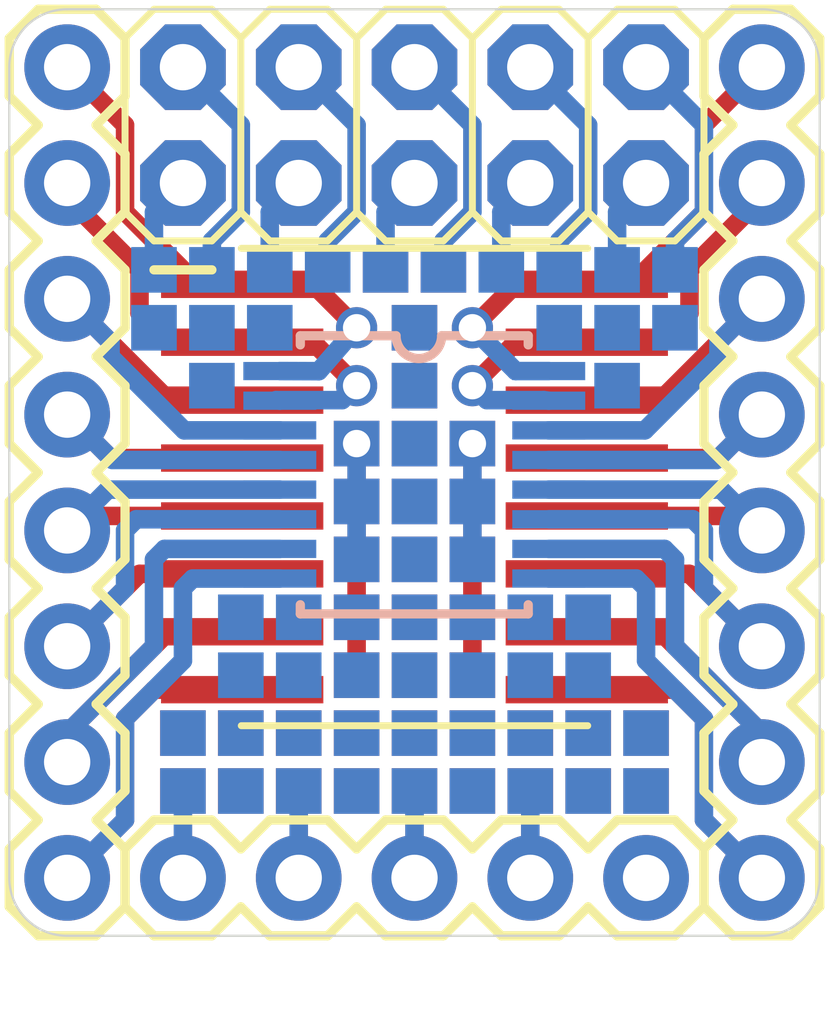
<source format=kicad_pcb>
(kicad_pcb (version 20241229) (generator "pcbnew") (generator_version "9.0")
  (layers (0 "F.Cu" signal) (2 "B.Cu" signal) (13 "F.Paste" user) (15 "B.Paste" user) (5 "F.SilkS" user "F.Silkscreen") (7 "B.SilkS" user "B.Silkscreen") (1 "F.Mask" user) (3 "B.Mask" user) (25 "Edge.Cuts" user))
  (net 0 "")
  (net 1 "2")
  (net 2 "3")
  (net 3 "4")
  (net 4 "5")
  (net 5 "6")
  (net 6 "7")
  (net 7 "8")
  (net 8 "16")
  (net 9 "15")
  (net 10 "14")
  (net 11 "13")
  (net 12 "12")
  (net 13 "11")
  (net 14 "10")
  (net 15 "9")
  (net 16 "1")
  (net 17 "RAIL2")
  (net 18 "N$2")
  (net 19 "N$3")
  (net 20 "N$4")
  (net 21 "N$1")
  (net 22 "N$5")
  (net 23 "N$6")
  (net 24 "N$7")
  (net 25 "N$8")
  (net 26 "N$9")
  (net 27 "N$10")
  (net 28 "ID")
  (net 29 "D+")
  (net 30 "D-")
  (net 31 "RAIL1")
  (net 32 "VDD")
  (net 33 "GND")
  (footprint "SOIC_TSSOP-16 adapter_and_proto:TP10SQ" (layer "F.Cu") (at 147.2311 105.6386)
    (property "Reference" "TP37" (hide yes))
    (property "Value" "TPSQTP10SQ" (hide yes))
    (pad "TP" smd rect (at 0 0) (size 1 1) (layers "F.Cu" "F.Mask") (net 31 "RAIL1"))
  )
  (footprint "SOIC_TSSOP-16 adapter_and_proto:TP10SQ" (layer "F.Cu") (at 147.2311 106.9086)
    (property "Reference" "TP38" (hide yes))
    (property "Value" "TPSQTP10SQ" (hide yes))
    (pad "TP" smd rect (at 0 0) (size 1 1) (layers "F.Cu" "F.Mask") (net 31 "RAIL1"))
  )
  (footprint "SOIC_TSSOP-16 adapter_and_proto:TP10SQ" (layer "F.Cu") (at 148.5011 101.8286)
    (property "Reference" "TP51" (hide yes))
    (property "Value" "TPSQTP10SQ" (hide yes))
    (pad "TP" smd rect (at 0 0) (size 1 1) (layers "F.Cu" "F.Mask"))
  )
  (footprint "SOIC_TSSOP-16 adapter_and_proto:TP10SQ" (layer "F.Cu") (at 152.3111 110.7186)
    (property "Reference" "TP56" (hide yes))
    (property "Value" "TPSQTP10SQ" (hide yes))
    (pad "TP" smd rect (at 0 0) (size 1 1) (layers "F.Cu" "F.Mask"))
  )
  (footprint "SOIC_TSSOP-16 adapter_and_proto:TP10SQ" (layer "F.Cu") (at 148.5011 111.9886)
    (property "Reference" "TP13" (hide yes))
    (property "Value" "TPSQTP10SQ" (hide yes))
    (pad "TP" smd rect (at 0 0) (size 1 1) (layers "F.Cu" "F.Mask") (net 29 "D+"))
  )
  (footprint "SOIC_TSSOP-16 adapter_and_proto:TP10SQ" (layer "F.Cu") (at 143.4211 111.9886)
    (property "Reference" "TP15" (hide yes))
    (property "Value" "TPSQTP10SQ" (hide yes))
    (pad "TP" smd rect (at 0 0) (size 1 1) (layers "F.Cu" "F.Mask") (net 32 "VDD"))
  )
  (footprint "SOIC_TSSOP-16 adapter_and_proto:AVR_ICSP" (layer "F.Cu") (at 148.5011 97.3836 90)
    (property "Reference" "JP3" (hide yes))
    (property "Value" "")
    (pad "1" thru_hole roundrect (at -1.27 -5.08) (size 1.8796 1.8796) (drill 1.016) (layers "*.Cu" "*.Mask") (chamfer_ratio 0.2928932188) (chamfer top_left top_right bottom_left bottom_right) (net 21 "N$1"))
    (pad "2" thru_hole roundrect (at 1.27 -5.08) (size 1.8796 1.8796) (drill 1.016) (layers "*.Cu" "*.Mask") (chamfer_ratio 0.2928932188) (chamfer top_left top_right bottom_left bottom_right) (net 23 "N$6"))
    (pad "3" thru_hole roundrect (at -1.27 -2.54) (size 1.8796 1.8796) (drill 1.016) (layers "*.Cu" "*.Mask") (chamfer_ratio 0.2928932188) (chamfer top_left top_right bottom_left bottom_right) (net 18 "N$2"))
    (pad "4" thru_hole roundrect (at 1.27 -2.54) (size 1.8796 1.8796) (drill 1.016) (layers "*.Cu" "*.Mask") (chamfer_ratio 0.2928932188) (chamfer top_left top_right bottom_left bottom_right) (net 24 "N$7"))
    (pad "5" thru_hole roundrect (at -1.27 0) (size 1.8796 1.8796) (drill 1.016) (layers "*.Cu" "*.Mask") (chamfer_ratio 0.2928932188) (chamfer top_left top_right bottom_left bottom_right) (net 19 "N$3"))
    (pad "6" thru_hole roundrect (at 1.27 0) (size 1.8796 1.8796) (drill 1.016) (layers "*.Cu" "*.Mask") (chamfer_ratio 0.2928932188) (chamfer top_left top_right bottom_left bottom_right) (net 25 "N$8"))
    (pad "7" thru_hole roundrect (at -1.27 2.54) (size 1.8796 1.8796) (drill 1.016) (layers "*.Cu" "*.Mask") (chamfer_ratio 0.2928932188) (chamfer top_left top_right bottom_left bottom_right) (net 20 "N$4"))
    (pad "8" thru_hole roundrect (at 1.27 2.54) (size 1.8796 1.8796) (drill 1.016) (layers "*.Cu" "*.Mask") (chamfer_ratio 0.2928932188) (chamfer top_left top_right bottom_left bottom_right) (net 26 "N$9"))
    (pad "9" thru_hole roundrect (at -1.27 5.08) (size 1.8796 1.8796) (drill 1.016) (layers "*.Cu" "*.Mask") (chamfer_ratio 0.2928932188) (chamfer top_left top_right bottom_left bottom_right) (net 22 "N$5"))
    (pad "10" thru_hole roundrect (at 1.27 5.08) (size 1.8796 1.8796) (drill 1.016) (layers "*.Cu" "*.Mask") (chamfer_ratio 0.2928932188) (chamfer top_left top_right bottom_left bottom_right) (net 27 "N$10"))
  )
  (footprint "SOIC_TSSOP-16 adapter_and_proto:TP10SQ" (layer "F.Cu") (at 151.0411 110.7186)
    (property "Reference" "TP55" (hide yes))
    (property "Value" "TPSQTP10SQ" (hide yes))
    (pad "TP" smd rect (at 0 0) (size 1 1) (layers "F.Cu" "F.Mask"))
  )
  (footprint "SOIC_TSSOP-16 adapter_and_proto:TP10SQ" (layer "F.Cu") (at 147.8661 100.5586)
    (property "Reference" "TP57" (hide yes))
    (property "Value" "TPSQTP10SQ" (hide yes))
    (pad "TP" smd rect (at 0 0) (size 1 1) (layers "F.Cu" "F.Mask"))
  )
  (footprint "SOIC_TSSOP-16 adapter_and_proto:TP10SQ" (layer "F.Cu") (at 148.5011 105.6386)
    (property "Reference" "TP96" (hide yes))
    (property "Value" "TPSQTP10SQ" (hide yes))
    (pad "TP" smd rect (at 0 0) (size 1 1) (layers "F.Cu" "F.Mask"))
  )
  (footprint "SOIC_TSSOP-16 adapter_and_proto:SOIC-16NW" (layer "F.Cu") (at 148.5011 105.3211 -90)
    (property "Reference" "SOIC-16" (hide yes))
    (property "Value" "" (hide yes))
    (pad "P1" smd rect (at -4.445 3.78 270) (size 0.6 3.56) (layers "F.Cu" "F.Mask" "F.Paste") (net 16 "1"))
    (pad "P2" smd rect (at -3.175 3.78 270) (size 0.6 3.56) (layers "F.Cu" "F.Mask" "F.Paste") (net 1 "2"))
    (pad "P3" smd rect (at -1.905 3.78 270) (size 0.6 3.56) (layers "F.Cu" "F.Mask" "F.Paste") (net 2 "3"))
    (pad "P4" smd rect (at -0.635 3.78 270) (size 0.6 3.56) (layers "F.Cu" "F.Mask" "F.Paste") (net 3 "4"))
    (pad "P5" smd rect (at 0.635 3.78 270) (size 0.6 3.56) (layers "F.Cu" "F.Mask" "F.Paste") (net 4 "5"))
    (pad "P6" smd rect (at 1.905 3.78 270) (size 0.6 3.56) (layers "F.Cu" "F.Mask" "F.Paste") (net 5 "6"))
    (pad "P7" smd rect (at 3.175 3.78 270) (size 0.6 3.56) (layers "F.Cu" "F.Mask" "F.Paste") (net 6 "7"))
    (pad "P8" smd rect (at 4.445 3.78 270) (size 0.6 3.56) (layers "F.Cu" "F.Mask" "F.Paste") (net 7 "8"))
    (pad "P9" smd rect (at 4.445 -3.78 270) (size 0.6 3.56) (layers "F.Cu" "F.Mask" "F.Paste") (net 15 "9"))
    (pad "P10" smd rect (at 3.175 -3.78 270) (size 0.6 3.56) (layers "F.Cu" "F.Mask" "F.Paste") (net 14 "10"))
    (pad "P11" smd rect (at 1.905 -3.78 270) (size 0.6 3.56) (layers "F.Cu" "F.Mask" "F.Paste") (net 13 "11"))
    (pad "P12" smd rect (at 0.635 -3.78 270) (size 0.6 3.56) (layers "F.Cu" "F.Mask" "F.Paste") (net 12 "12"))
    (pad "P13" smd rect (at -0.635 -3.78 270) (size 0.6 3.56) (layers "F.Cu" "F.Mask" "F.Paste") (net 11 "13"))
    (pad "P14" smd rect (at -1.905 -3.78 270) (size 0.6 3.56) (layers "F.Cu" "F.Mask" "F.Paste") (net 10 "14"))
    (pad "P15" smd rect (at -3.175 -3.78 270) (size 0.6 3.56) (layers "F.Cu" "F.Mask" "F.Paste") (net 9 "15"))
    (pad "P16" smd rect (at -4.445 -3.78 270) (size 0.6 3.56) (layers "F.Cu" "F.Mask" "F.Paste") (net 8 "16"))
  )
  (footprint "SOIC_TSSOP-16 adapter_and_proto:TP10SQ" (layer "F.Cu") (at 149.7711 110.7186)
    (property "Reference" "TP53" (hide yes))
    (property "Value" "TPSQTP10SQ" (hide yes))
    (pad "TP" smd rect (at 0 0) (size 1 1) (layers "F.Cu" "F.Mask"))
  )
  (footprint "SOIC_TSSOP-16 adapter_and_proto:1X05" (layer "F.Cu") (at 143.4211 113.8936)
    (property "Reference" "JP4" (hide yes))
    (property "Value" "")
    (pad "1" thru_hole circle (at 0 0 90) (size 1.8796 1.8796) (drill 1.016) (layers "*.Cu" "*.Mask") (net 32 "VDD"))
    (pad "2" thru_hole circle (at 2.54 0 90) (size 1.8796 1.8796) (drill 1.016) (layers "*.Cu" "*.Mask") (net 30 "D-"))
    (pad "3" thru_hole circle (at 5.08 0 90) (size 1.8796 1.8796) (drill 1.016) (layers "*.Cu" "*.Mask") (net 29 "D+"))
    (pad "4" thru_hole circle (at 7.62 0 90) (size 1.8796 1.8796) (drill 1.016) (layers "*.Cu" "*.Mask") (net 28 "ID"))
    (pad "5" thru_hole circle (at 10.16 0 90) (size 1.8796 1.8796) (drill 1.016) (layers "*.Cu" "*.Mask") (net 33 "GND"))
  )
  (footprint "SOIC_TSSOP-16 adapter_and_proto:TP10SQ" (layer "F.Cu") (at 147.2311 104.3686)
    (property "Reference" "TP36" (hide yes))
    (property "Value" "TPSQTP10SQ" (hide yes))
    (pad "TP" smd rect (at 0 0) (size 1 1) (layers "F.Cu" "F.Mask") (net 31 "RAIL1"))
  )
  (footprint "SOIC_TSSOP-16 adapter_and_proto:TP10SQ" (layer "F.Cu") (at 149.7711 105.6386)
    (property "Reference" "TP32" (hide yes))
    (property "Value" "TPSQTP10SQ" (hide yes))
    (pad "TP" smd rect (at 0 0) (size 1 1) (layers "F.Cu" "F.Mask") (net 17 "RAIL2"))
  )
  (footprint "SOIC_TSSOP-16 adapter_and_proto:TP10SQ" (layer "F.Cu") (at 144.6911 110.7186)
    (property "Reference" "TP54" (hide yes))
    (property "Value" "TPSQTP10SQ" (hide yes))
    (pad "TP" smd rect (at 0 0) (size 1 1) (layers "F.Cu" "F.Mask"))
  )
  (footprint "SOIC_TSSOP-16 adapter_and_proto:TP10SQ" (layer "F.Cu") (at 147.2311 109.4486)
    (property "Reference" "TP40" (hide yes))
    (property "Value" "TPSQTP10SQ" (hide yes))
    (pad "TP" smd rect (at 0 0) (size 1 1) (layers "F.Cu" "F.Mask") (net 31 "RAIL1"))
  )
  (footprint "SOIC_TSSOP-16 adapter_and_proto:TP10SQ" (layer "F.Cu") (at 149.7711 106.9086)
    (property "Reference" "TP33" (hide yes))
    (property "Value" "TPSQTP10SQ" (hide yes))
    (pad "TP" smd rect (at 0 0) (size 1 1) (layers "F.Cu" "F.Mask") (net 17 "RAIL2"))
  )
  (footprint "SOIC_TSSOP-16 adapter_and_proto:TP10SQ" (layer "F.Cu") (at 153.5811 111.9886)
    (property "Reference" "TP20" (hide yes))
    (property "Value" "TPSQTP10SQ" (hide yes))
    (pad "TP" smd rect (at 0 0) (size 1 1) (layers "F.Cu" "F.Mask") (net 33 "GND"))
  )
  (footprint "SOIC_TSSOP-16 adapter_and_proto:TP10SQ" (layer "F.Cu") (at 145.9611 111.9886)
    (property "Reference" "TP14" (hide yes))
    (property "Value" "TPSQTP10SQ" (hide yes))
    (pad "TP" smd rect (at 0 0) (size 1 1) (layers "F.Cu" "F.Mask") (net 30 "D-"))
  )
  (footprint "SOIC_TSSOP-16 adapter_and_proto:1X08_ROUND" (layer "F.Cu") (at 140.8811 113.8936 90)
    (property "Reference" "JP1" (hide yes))
    (property "Value" "")
    (pad "1" thru_hole circle (at 0 0 180) (size 1.8796 1.8796) (drill 1.016) (layers "*.Cu" "*.Mask") (net 7 "8"))
    (pad "2" thru_hole circle (at 2.54 0 180) (size 1.8796 1.8796) (drill 1.016) (layers "*.Cu" "*.Mask") (net 6 "7"))
    (pad "3" thru_hole circle (at 5.08 0 180) (size 1.8796 1.8796) (drill 1.016) (layers "*.Cu" "*.Mask") (net 5 "6"))
    (pad "4" thru_hole circle (at 7.62 0 180) (size 1.8796 1.8796) (drill 1.016) (layers "*.Cu" "*.Mask") (net 4 "5"))
    (pad "5" thru_hole circle (at 10.16 0 180) (size 1.8796 1.8796) (drill 1.016) (layers "*.Cu" "*.Mask") (net 3 "4"))
    (pad "6" thru_hole circle (at 12.7 0 180) (size 1.8796 1.8796) (drill 1.016) (layers "*.Cu" "*.Mask") (net 2 "3"))
    (pad "7" thru_hole circle (at 15.24 0 180) (size 1.8796 1.8796) (drill 1.016) (layers "*.Cu" "*.Mask") (net 1 "2"))
    (pad "8" thru_hole circle (at 17.78 0 180) (size 1.8796 1.8796) (drill 1.016) (layers "*.Cu" "*.Mask") (net 16 "1"))
  )
  (footprint "SOIC_TSSOP-16 adapter_and_proto:TP10SQ" (layer "F.Cu") (at 147.2311 108.1786)
    (property "Reference" "TP39" (hide yes))
    (property "Value" "TPSQTP10SQ" (hide yes))
    (pad "TP" smd rect (at 0 0) (size 1 1) (layers "F.Cu" "F.Mask") (net 31 "RAIL1"))
  )
  (footprint "SOIC_TSSOP-16 adapter_and_proto:TP10SQ" (layer "F.Cu") (at 148.5011 108.1786)
    (property "Reference" "TP46" (hide yes))
    (property "Value" "TPSQTP10SQ" (hide yes))
    (pad "TP" smd rect (at 0 0) (size 1 1) (layers "F.Cu" "F.Mask"))
  )
  (footprint "SOIC_TSSOP-16 adapter_and_proto:TP10SQ" (layer "F.Cu") (at 144.6911 111.9886)
    (property "Reference" "TP41" (hide yes))
    (property "Value" "TPSQTP10SQ" (hide yes))
    (pad "TP" smd rect (at 0 0) (size 1 1) (layers "F.Cu" "F.Mask"))
  )
  (footprint "SOIC_TSSOP-16 adapter_and_proto:1X08_ROUND" (layer "F.Cu") (at 156.1211 96.1136 -90)
    (property "Reference" "JP2" (hide yes))
    (property "Value" "")
    (pad "1" thru_hole circle (at 0 0) (size 1.8796 1.8796) (drill 1.016) (layers "*.Cu" "*.Mask") (net 8 "16"))
    (pad "2" thru_hole circle (at 2.54 0) (size 1.8796 1.8796) (drill 1.016) (layers "*.Cu" "*.Mask") (net 9 "15"))
    (pad "3" thru_hole circle (at 5.08 0) (size 1.8796 1.8796) (drill 1.016) (layers "*.Cu" "*.Mask") (net 10 "14"))
    (pad "4" thru_hole circle (at 7.62 0) (size 1.8796 1.8796) (drill 1.016) (layers "*.Cu" "*.Mask") (net 11 "13"))
    (pad "5" thru_hole circle (at 10.16 0) (size 1.8796 1.8796) (drill 1.016) (layers "*.Cu" "*.Mask") (net 12 "12"))
    (pad "6" thru_hole circle (at 12.7 0) (size 1.8796 1.8796) (drill 1.016) (layers "*.Cu" "*.Mask") (net 13 "11"))
    (pad "7" thru_hole circle (at 15.24 0) (size 1.8796 1.8796) (drill 1.016) (layers "*.Cu" "*.Mask") (net 14 "10"))
    (pad "8" thru_hole circle (at 17.78 0) (size 1.8796 1.8796) (drill 1.016) (layers "*.Cu" "*.Mask") (net 15 "9"))
  )
  (footprint "SOIC_TSSOP-16 adapter_and_proto:TP10SQ" (layer "F.Cu") (at 153.5811 110.7186)
    (property "Reference" "TP98" (hide yes))
    (property "Value" "TPSQTP10SQ" (hide yes))
    (pad "TP" smd rect (at 0 0) (size 1 1) (layers "F.Cu" "F.Mask"))
  )
  (footprint "SOIC_TSSOP-16 adapter_and_proto:TP10SQ" (layer "F.Cu") (at 149.7711 109.4486)
    (property "Reference" "TP35" (hide yes))
    (property "Value" "TPSQTP10SQ" (hide yes))
    (pad "TP" smd rect (at 0 0) (size 1 1) (layers "F.Cu" "F.Mask") (net 17 "RAIL2"))
  )
  (footprint "SOIC_TSSOP-16 adapter_and_proto:TP10SQ" (layer "F.Cu") (at 148.5011 104.3686)
    (property "Reference" "TP95" (hide yes))
    (property "Value" "TPSQTP10SQ" (hide yes))
    (pad "TP" smd rect (at 0 0) (size 1 1) (layers "F.Cu" "F.Mask"))
  )
  (footprint "SOIC_TSSOP-16 adapter_and_proto:TP10SQ" (layer "F.Cu") (at 149.1361 100.5586)
    (property "Reference" "TP58" (hide yes))
    (property "Value" "TPSQTP10SQ" (hide yes))
    (pad "TP" smd rect (at 0 0) (size 1 1) (layers "F.Cu" "F.Mask"))
  )
  (footprint "SOIC_TSSOP-16 adapter_and_proto:TP10SQ" (layer "F.Cu") (at 151.0411 111.9886)
    (property "Reference" "TP12" (hide yes))
    (property "Value" "TPSQTP10SQ" (hide yes))
    (pad "TP" smd rect (at 0 0) (size 1 1) (layers "F.Cu" "F.Mask") (net 28 "ID"))
  )
  (footprint "SOIC_TSSOP-16 adapter_and_proto:TP10SQ" (layer "F.Cu") (at 152.3111 111.9886)
    (property "Reference" "TP44" (hide yes))
    (property "Value" "TPSQTP10SQ" (hide yes))
    (pad "TP" smd rect (at 0 0) (size 1 1) (layers "F.Cu" "F.Mask"))
  )
  (footprint "SOIC_TSSOP-16 adapter_and_proto:TP10SQ" (layer "F.Cu") (at 148.5011 103.0986)
    (property "Reference" "TP50" (hide yes))
    (property "Value" "TPSQTP10SQ" (hide yes))
    (pad "TP" smd rect (at 0 0) (size 1 1) (layers "F.Cu" "F.Mask"))
  )
  (footprint "SOIC_TSSOP-16 adapter_and_proto:TP10SQ" (layer "F.Cu") (at 148.5011 110.7186)
    (property "Reference" "TP52" (hide yes))
    (property "Value" "TPSQTP10SQ" (hide yes))
    (pad "TP" smd rect (at 0 0) (size 1 1) (layers "F.Cu" "F.Mask"))
  )
  (footprint "SOIC_TSSOP-16 adapter_and_proto:TP10SQ" (layer "F.Cu") (at 149.7711 108.1786)
    (property "Reference" "TP34" (hide yes))
    (property "Value" "TPSQTP10SQ" (hide yes))
    (pad "TP" smd rect (at 0 0) (size 1 1) (layers "F.Cu" "F.Mask") (net 17 "RAIL2"))
  )
  (footprint "SOIC_TSSOP-16 adapter_and_proto:TP10SQ" (layer "F.Cu") (at 147.2311 111.9886)
    (property "Reference" "TP42" (hide yes))
    (property "Value" "TPSQTP10SQ" (hide yes))
    (pad "TP" smd rect (at 0 0) (size 1 1) (layers "F.Cu" "F.Mask"))
  )
  (footprint "SOIC_TSSOP-16 adapter_and_proto:TP10SQ" (layer "F.Cu") (at 149.7711 104.3686)
    (property "Reference" "TP31" (hide yes))
    (property "Value" "TPSQTP10SQ" (hide yes))
    (pad "TP" smd rect (at 0 0) (size 1 1) (layers "F.Cu" "F.Mask") (net 17 "RAIL2"))
  )
  (footprint "SOIC_TSSOP-16 adapter_and_proto:TP10SQ" (layer "F.Cu") (at 145.9611 110.7186)
    (property "Reference" "TP49" (hide yes))
    (property "Value" "TPSQTP10SQ" (hide yes))
    (pad "TP" smd rect (at 0 0) (size 1 1) (layers "F.Cu" "F.Mask"))
  )
  (footprint "SOIC_TSSOP-16 adapter_and_proto:TP10SQ" (layer "F.Cu") (at 143.4211 110.7186)
    (property "Reference" "TP97" (hide yes))
    (property "Value" "TPSQTP10SQ" (hide yes))
    (pad "TP" smd rect (at 0 0) (size 1 1) (layers "F.Cu" "F.Mask"))
  )
  (footprint "SOIC_TSSOP-16 adapter_and_proto:TP10SQ" (layer "F.Cu") (at 148.5011 109.4486)
    (property "Reference" "TP45" (hide yes))
    (property "Value" "TPSQTP10SQ" (hide yes))
    (pad "TP" smd rect (at 0 0) (size 1 1) (layers "F.Cu" "F.Mask"))
  )
  (footprint "SOIC_TSSOP-16 adapter_and_proto:TP10SQ" (layer "F.Cu") (at 148.5011 106.9086)
    (property "Reference" "TP47" (hide yes))
    (property "Value" "TPSQTP10SQ" (hide yes))
    (pad "TP" smd rect (at 0 0) (size 1 1) (layers "F.Cu" "F.Mask"))
  )
  (footprint "SOIC_TSSOP-16 adapter_and_proto:TP10SQ" (layer "F.Cu") (at 149.7711 111.9886)
    (property "Reference" "TP43" (hide yes))
    (property "Value" "TPSQTP10SQ" (hide yes))
    (pad "TP" smd rect (at 0 0) (size 1 1) (layers "F.Cu" "F.Mask"))
  )
  (footprint "SOIC_TSSOP-16 adapter_and_proto:TP10SQ" (layer "F.Cu") (at 147.2311 110.7186)
    (property "Reference" "TP48" (hide yes))
    (property "Value" "TPSQTP10SQ" (hide yes))
    (pad "TP" smd rect (at 0 0) (size 1 1) (layers "F.Cu" "F.Mask"))
  )
  (footprint "SOIC_TSSOP-16 adapter_and_proto:TP10SQ" (layer "B.Cu") (at 151.0411 108.1786 180)
    (property "Reference" "TP87" (hide yes))
    (property "Value" "TPSQTP10SQ" (hide yes))
    (pad "TP" smd rect (at 0 0 180) (size 1 1) (layers "B.Cu" "B.Mask"))
  )
  (footprint "SOIC_TSSOP-16 adapter_and_proto:TP10SQ" (layer "B.Cu") (at 148.5011 105.6386 180)
    (property "Reference" "TP93" (hide yes))
    (property "Value" "TPSQTP10SQ" (hide yes))
    (pad "TP" smd rect (at 0 0 180) (size 1 1) (layers "B.Cu" "B.Mask"))
  )
  (footprint "SOIC_TSSOP-16 adapter_and_proto:TP10SQ" (layer "B.Cu") (at 147.2311 110.7186 180)
    (property "Reference" "TP78" (hide yes))
    (property "Value" "TPSQTP10SQ" (hide yes))
    (pad "TP" smd rect (at 0 0 180) (size 1 1) (layers "B.Cu" "B.Mask"))
  )
  (footprint "SOIC_TSSOP-16 adapter_and_proto:TP10SQ" (layer "B.Cu") (at 149.7711 109.4486 180)
    (property "Reference" "TP83" (hide yes))
    (property "Value" "TPSQTP10SQ" (hide yes))
    (pad "TP" smd rect (at 0 0 180) (size 1 1) (layers "B.Cu" "B.Mask"))
  )
  (footprint "SOIC_TSSOP-16 adapter_and_proto:TP10SQ" (layer "B.Cu") (at 144.6911 108.1786 180)
    (property "Reference" "TP70" (hide yes))
    (property "Value" "TPSQTP10SQ" (hide yes))
    (pad "TP" smd rect (at 0 0 180) (size 1 1) (layers "B.Cu" "B.Mask"))
  )
  (footprint "SOIC_TSSOP-16 adapter_and_proto:TP10SQ" (layer "B.Cu") (at 149.7711 104.3686 180)
    (property "Reference" "TP28" (hide yes))
    (property "Value" "TPSQTP10SQ" (hide yes))
    (pad "TP" smd rect (at 0 0 180) (size 1 1) (layers "B.Cu" "B.Mask") (net 17 "RAIL2"))
  )
  (footprint "SOIC_TSSOP-16 adapter_and_proto:TP10SQ" (layer "B.Cu") (at 145.9611 111.9886 180)
    (property "Reference" "TP18" (hide yes))
    (property "Value" "TPSQTP10SQ" (hide yes))
    (pad "TP" smd rect (at 0 0 180) (size 1 1) (layers "B.Cu" "B.Mask") (net 30 "D-"))
  )
  (footprint "SOIC_TSSOP-16 adapter_and_proto:TP10SQ" (layer "B.Cu") (at 148.5011 111.9886 180)
    (property "Reference" "TP17" (hide yes))
    (property "Value" "TPSQTP10SQ" (hide yes))
    (pad "TP" smd rect (at 0 0 180) (size 1 1) (layers "B.Cu" "B.Mask") (net 29 "D+"))
  )
  (footprint "SOIC_TSSOP-16 adapter_and_proto:TP10SQ" (layer "B.Cu") (at 143.4211 111.9886 180)
    (property "Reference" "TP19" (hide yes))
    (property "Value" "TPSQTP10SQ" (hide yes))
    (pad "TP" smd rect (at 0 0 180) (size 1 1) (layers "B.Cu" "B.Mask") (net 32 "VDD"))
  )
  (footprint "SOIC_TSSOP-16 adapter_and_proto:TP10SQ" (layer "B.Cu") (at 144.6911 110.7186 180)
    (property "Reference" "TP72" (hide yes))
    (property "Value" "TPSQTP10SQ" (hide yes))
    (pad "TP" smd rect (at 0 0 180) (size 1 1) (layers "B.Cu" "B.Mask"))
  )
  (footprint "SOIC_TSSOP-16 adapter_and_proto:TP10SQ" (layer "B.Cu") (at 147.2311 109.4486 180)
    (property "Reference" "TP77" (hide yes))
    (property "Value" "TPSQTP10SQ" (hide yes))
    (pad "TP" smd rect (at 0 0 180) (size 1 1) (layers "B.Cu" "B.Mask"))
  )
  (footprint "SOIC_TSSOP-16 adapter_and_proto:TP10SQ" (layer "B.Cu") (at 142.7861 101.8286 180)
    (property "Reference" "TP68" (hide yes))
    (property "Value" "TPSQTP10SQ" (hide yes))
    (pad "TP" smd rect (at 0 0 180) (size 1 1) (layers "B.Cu" "B.Mask"))
  )
  (footprint "SOIC_TSSOP-16 adapter_and_proto:TP10SQ" (layer "B.Cu") (at 142.7861 100.5586 180)
    (property "Reference" "TP1" (hide yes))
    (property "Value" "TPSQTP10SQ" (hide yes))
    (pad "TP" smd rect (at 0 0 180) (size 1 1) (layers "B.Cu" "B.Mask") (net 21 "N$1"))
  )
  (footprint "SOIC_TSSOP-16 adapter_and_proto:TP10SQ" (layer "B.Cu") (at 152.3111 110.7186 180)
    (property "Reference" "TP88" (hide yes))
    (property "Value" "TPSQTP10SQ" (hide yes))
    (pad "TP" smd rect (at 0 0 180) (size 1 1) (layers "B.Cu" "B.Mask"))
  )
  (footprint "SOIC_TSSOP-16 adapter_and_proto:TP10SQ" (layer "B.Cu") (at 154.2161 101.8286 180)
    (property "Reference" "TP67" (hide yes))
    (property "Value" "TPSQTP10SQ" (hide yes))
    (pad "TP" smd rect (at 0 0 180) (size 1 1) (layers "B.Cu" "B.Mask"))
  )
  (footprint "SOIC_TSSOP-16 adapter_and_proto:TP10SQ" (layer "B.Cu") (at 153.5811 110.7186 180)
    (property "Reference" "TP92" (hide yes))
    (property "Value" "TPSQTP10SQ" (hide yes))
    (pad "TP" smd rect (at 0 0 180) (size 1 1) (layers "B.Cu" "B.Mask"))
  )
  (footprint "SOIC_TSSOP-16 adapter_and_proto:TP10SQ" (layer "B.Cu") (at 152.3111 111.9886 180)
    (property "Reference" "TP21" (hide yes))
    (property "Value" "TPSQTP10SQ" (hide yes))
    (pad "TP" smd rect (at 0 0 180) (size 1 1) (layers "B.Cu" "B.Mask"))
  )
  (footprint "SOIC_TSSOP-16 adapter_and_proto:TP10SQ" (layer "B.Cu") (at 149.1361 100.5586 180)
    (property "Reference" "TP8" (hide yes))
    (property "Value" "TPSQTP10SQ" (hide yes))
    (pad "TP" smd rect (at 0 0 180) (size 1 1) (layers "B.Cu" "B.Mask") (net 25 "N$8"))
  )
  (footprint "SOIC_TSSOP-16 adapter_and_proto:TP10SQ" (layer "B.Cu") (at 145.3261 100.5586 180)
    (property "Reference" "TP2" (hide yes))
    (property "Value" "TPSQTP10SQ" (hide yes))
    (pad "TP" smd rect (at 0 0 180) (size 1 1) (layers "B.Cu" "B.Mask") (net 18 "N$2"))
  )
  (footprint "SOIC_TSSOP-16 adapter_and_proto:TP10SQ" (layer "B.Cu") (at 152.3111 109.4486 180)
    (property "Reference" "TP89" (hide yes))
    (property "Value" "TPSQTP10SQ" (hide yes))
    (pad "TP" smd rect (at 0 0 180) (size 1 1) (layers "B.Cu" "B.Mask"))
  )
  (footprint "SOIC_TSSOP-16 adapter_and_proto:TP10SQ" (layer "B.Cu") (at 147.2311 104.3686 180)
    (property "Reference" "TP25" (hide yes))
    (property "Value" "TPSQTP10SQ" (hide yes))
    (pad "TP" smd rect (at 0 0 180) (size 1 1) (layers "B.Cu" "B.Mask") (net 31 "RAIL1"))
  )
  (footprint "SOIC_TSSOP-16 adapter_and_proto:TP10SQ" (layer "B.Cu") (at 151.6761 100.5586 180)
    (property "Reference" "TP9" (hide yes))
    (property "Value" "TPSQTP10SQ" (hide yes))
    (pad "TP" smd rect (at 0 0 180) (size 1 1) (layers "B.Cu" "B.Mask") (net 26 "N$9"))
  )
  (footprint "SOIC_TSSOP-16 adapter_and_proto:TP10SQ" (layer "B.Cu") (at 144.0561 103.0986 180)
    (property "Reference" "TP63" (hide yes))
    (property "Value" "TPSQTP10SQ" (hide yes))
    (pad "TP" smd rect (at 0 0 180) (size 1 1) (layers "B.Cu" "B.Mask"))
  )
  (footprint "SOIC_TSSOP-16 adapter_and_proto:TP10SQ" (layer "B.Cu") (at 151.0411 109.4486 180)
    (property "Reference" "TP86" (hide yes))
    (property "Value" "TPSQTP10SQ" (hide yes))
    (pad "TP" smd rect (at 0 0 180) (size 1 1) (layers "B.Cu" "B.Mask"))
  )
  (footprint "SOIC_TSSOP-16 adapter_and_proto:TP10SQ" (layer "B.Cu") (at 144.0561 101.8286 180)
    (property "Reference" "TP62" (hide yes))
    (property "Value" "TPSQTP10SQ" (hide yes))
    (pad "TP" smd rect (at 0 0 180) (size 1 1) (layers "B.Cu" "B.Mask"))
  )
  (footprint "SOIC_TSSOP-16 adapter_and_proto:TP10SQ" (layer "B.Cu") (at 148.5011 103.0986 180)
    (property "Reference" "TP59" (hide yes))
    (property "Value" "TPSQTP10SQ" (hide yes))
    (pad "TP" smd rect (at 0 0 180) (size 1 1) (layers "B.Cu" "B.Mask"))
  )
  (footprint "SOIC_TSSOP-16 adapter_and_proto:TP10SQ" (layer "B.Cu") (at 150.4061 100.5586 180)
    (property "Reference" "TP4" (hide yes))
    (property "Value" "TPSQTP10SQ" (hide yes))
    (pad "TP" smd rect (at 0 0 180) (size 1 1) (layers "B.Cu" "B.Mask") (net 20 "N$4"))
  )
  (footprint "SOIC_TSSOP-16 adapter_and_proto:TP10SQ" (layer "B.Cu") (at 143.4211 110.7186 180)
    (property "Reference" "TP91" (hide yes))
    (property "Value" "TPSQTP10SQ" (hide yes))
    (pad "TP" smd rect (at 0 0 180) (size 1 1) (layers "B.Cu" "B.Mask"))
  )
  (footprint "SOIC_TSSOP-16 adapter_and_proto:TP10SQ" (layer "B.Cu") (at 145.9611 108.1786 180)
    (property "Reference" "TP75" (hide yes))
    (property "Value" "TPSQTP10SQ" (hide yes))
    (pad "TP" smd rect (at 0 0 180) (size 1 1) (layers "B.Cu" "B.Mask"))
  )
  (footprint "SOIC_TSSOP-16 adapter_and_proto:TP10SQ" (layer "B.Cu") (at 152.9461 100.5586 180)
    (property "Reference" "TP5" (hide yes))
    (property "Value" "TPSQTP10SQ" (hide yes))
    (pad "TP" smd rect (at 0 0 180) (size 1 1) (layers "B.Cu" "B.Mask") (net 22 "N$5"))
  )
  (footprint "SOIC_TSSOP-16 adapter_and_proto:TP10SQ" (layer "B.Cu") (at 144.6911 109.4486 180)
    (property "Reference" "TP71" (hide yes))
    (property "Value" "TPSQTP10SQ" (hide yes))
    (pad "TP" smd rect (at 0 0 180) (size 1 1) (layers "B.Cu" "B.Mask"))
  )
  (footprint "SOIC_TSSOP-16 adapter_and_proto:TP10SQ" (layer "B.Cu") (at 154.2161 100.5586 180)
    (property "Reference" "TP10" (hide yes))
    (property "Value" "TPSQTP10SQ" (hide yes))
    (pad "TP" smd rect (at 0 0 180) (size 1 1) (layers "B.Cu" "B.Mask") (net 27 "N$10"))
  )
  (footprint "SOIC_TSSOP-16 adapter_and_proto:TSSOP16" (layer "B.Cu") (at 148.59635 105.0036 -90)
    (property "Reference" "TSSOP-16" (hide yes))
    (property "Value" "")
    (pad "1" smd rect (at -2.225 -2.85 270) (size 0.4 1.6) (layers "B.Cu" "B.Mask" "B.Paste") (net 8 "16"))
    (pad "2" smd rect (at -1.575 -2.85 270) (size 0.4 1.6) (layers "B.Cu" "B.Mask" "B.Paste") (net 9 "15"))
    (pad "3" smd rect (at -0.925 -2.85 270) (size 0.4 1.6) (layers "B.Cu" "B.Mask" "B.Paste") (net 10 "14"))
    (pad "4" smd rect (at -0.275 -2.85 270) (size 0.4 1.6) (layers "B.Cu" "B.Mask" "B.Paste") (net 11 "13"))
    (pad "5" smd rect (at 0.375 -2.85 270) (size 0.4 1.6) (layers "B.Cu" "B.Mask" "B.Paste") (net 12 "12"))
    (pad "6" smd rect (at 1.025 -2.85 270) (size 0.4 1.6) (layers "B.Cu" "B.Mask" "B.Paste") (net 13 "11"))
    (pad "7" smd rect (at 1.675 -2.85 270) (size 0.4 1.6) (layers "B.Cu" "B.Mask" "B.Paste") (net 14 "10"))
    (pad "8" smd rect (at 2.325 -2.85 270) (size 0.4 1.6) (layers "B.Cu" "B.Mask" "B.Paste") (net 15 "9"))
    (pad "9" smd rect (at 2.325 3.05 270) (size 0.4 1.6) (layers "B.Cu" "B.Mask" "B.Paste") (net 7 "8"))
    (pad "10" smd rect (at 1.675 3.05 270) (size 0.4 1.6) (layers "B.Cu" "B.Mask" "B.Paste") (net 6 "7"))
    (pad "11" smd rect (at 1.025 3.05 270) (size 0.4 1.6) (layers "B.Cu" "B.Mask" "B.Paste") (net 5 "6"))
    (pad "12" smd rect (at 0.375 3.05 270) (size 0.4 1.6) (layers "B.Cu" "B.Mask" "B.Paste") (net 4 "5"))
    (pad "13" smd rect (at -0.275 3.05 270) (size 0.4 1.6) (layers "B.Cu" "B.Mask" "B.Paste") (net 3 "4"))
    (pad "14" smd rect (at -0.925 3.05 270) (size 0.4 1.6) (layers "B.Cu" "B.Mask" "B.Paste") (net 2 "3"))
    (pad "15" smd rect (at -1.575 3.05 270) (size 0.4 1.6) (layers "B.Cu" "B.Mask" "B.Paste") (net 1 "2"))
    (pad "16" smd rect (at -2.225 3.05 270) (size 0.4 1.6) (layers "B.Cu" "B.Mask" "B.Paste") (net 16 "1"))
  )
  (footprint "SOIC_TSSOP-16 adapter_and_proto:TP10SQ" (layer "B.Cu") (at 149.7711 106.9086 180)
    (property "Reference" "TP30" (hide yes))
    (property "Value" "TPSQTP10SQ" (hide yes))
    (pad "TP" smd rect (at 0 0 180) (size 1 1) (layers "B.Cu" "B.Mask") (net 17 "RAIL2"))
  )
  (footprint "SOIC_TSSOP-16 adapter_and_proto:TP10SQ" (layer "B.Cu") (at 147.2311 108.1786 180)
    (property "Reference" "TP76" (hide yes))
    (property "Value" "TPSQTP10SQ" (hide yes))
    (pad "TP" smd rect (at 0 0 180) (size 1 1) (layers "B.Cu" "B.Mask"))
  )
  (footprint "SOIC_TSSOP-16 adapter_and_proto:TP10SQ" (layer "B.Cu") (at 148.5011 110.7186 180)
    (property "Reference" "TP79" (hide yes))
    (property "Value" "TPSQTP10SQ" (hide yes))
    (pad "TP" smd rect (at 0 0 180) (size 1 1) (layers "B.Cu" "B.Mask"))
  )
  (footprint "SOIC_TSSOP-16 adapter_and_proto:TP10SQ" (layer "B.Cu") (at 146.5961 100.5586 180)
    (property "Reference" "TP7" (hide yes))
    (property "Value" "TPSQTP10SQ" (hide yes))
    (pad "TP" smd rect (at 0 0 180) (size 1 1) (layers "B.Cu" "B.Mask") (net 24 "N$7"))
  )
  (footprint "SOIC_TSSOP-16 adapter_and_proto:TP10SQ" (layer "B.Cu") (at 149.7711 111.9886 180)
    (property "Reference" "TP22" (hide yes))
    (property "Value" "TPSQTP10SQ" (hide yes))
    (pad "TP" smd rect (at 0 0 180) (size 1 1) (layers "B.Cu" "B.Mask"))
  )
  (footprint "SOIC_TSSOP-16 adapter_and_proto:TP10SQ" (layer "B.Cu") (at 149.7711 105.6386 180)
    (property "Reference" "TP29" (hide yes))
    (property "Value" "TPSQTP10SQ" (hide yes))
    (pad "TP" smd rect (at 0 0 180) (size 1 1) (layers "B.Cu" "B.Mask") (net 17 "RAIL2"))
  )
  (footprint "SOIC_TSSOP-16 adapter_and_proto:TP10SQ" (layer "B.Cu") (at 148.5011 101.8286 180)
    (property "Reference" "TP60" (hide yes))
    (property "Value" "TPSQTP10SQ" (hide yes))
    (pad "TP" smd rect (at 0 0 180) (size 1 1) (layers "B.Cu" "B.Mask"))
  )
  (footprint "SOIC_TSSOP-16 adapter_and_proto:TP10SQ" (layer "B.Cu") (at 145.3261 101.8286 180)
    (property "Reference" "TP61" (hide yes))
    (property "Value" "TPSQTP10SQ" (hide yes))
    (pad "TP" smd rect (at 0 0 180) (size 1 1) (layers "B.Cu" "B.Mask"))
  )
  (footprint "SOIC_TSSOP-16 adapter_and_proto:TP10SQ" (layer "B.Cu") (at 149.7711 108.1786 180)
    (property "Reference" "TP82" (hide yes))
    (property "Value" "TPSQTP10SQ" (hide yes))
    (pad "TP" smd rect (at 0 0 180) (size 1 1) (layers "B.Cu" "B.Mask"))
  )
  (footprint "SOIC_TSSOP-16 adapter_and_proto:TP10SQ" (layer "B.Cu") (at 145.9611 110.7186 180)
    (property "Reference" "TP73" (hide yes))
    (property "Value" "TPSQTP10SQ" (hide yes))
    (pad "TP" smd rect (at 0 0 180) (size 1 1) (layers "B.Cu" "B.Mask"))
  )
  (footprint "SOIC_TSSOP-16 adapter_and_proto:TP10SQ" (layer "B.Cu") (at 152.9461 103.0986 180)
    (property "Reference" "TP66" (hide yes))
    (property "Value" "TPSQTP10SQ" (hide yes))
    (pad "TP" smd rect (at 0 0 180) (size 1 1) (layers "B.Cu" "B.Mask"))
  )
  (footprint "SOIC_TSSOP-16 adapter_and_proto:TP10SQ" (layer "B.Cu") (at 153.5811 111.9886 180)
    (property "Reference" "TP11" (hide yes))
    (property "Value" "TPSQTP10SQ" (hide yes))
    (pad "TP" smd rect (at 0 0 180) (size 1 1) (layers "B.Cu" "B.Mask") (net 33 "GND"))
  )
  (footprint "SOIC_TSSOP-16 adapter_and_proto:TP10SQ" (layer "B.Cu") (at 144.0561 100.5586 180)
    (property "Reference" "TP6" (hide yes))
    (property "Value" "TPSQTP10SQ" (hide yes))
    (pad "TP" smd rect (at 0 0 180) (size 1 1) (layers "B.Cu" "B.Mask") (net 23 "N$6"))
  )
  (footprint "SOIC_TSSOP-16 adapter_and_proto:TP10SQ" (layer "B.Cu") (at 151.6761 101.8286 180)
    (property "Reference" "TP64" (hide yes))
    (property "Value" "TPSQTP10SQ" (hide yes))
    (pad "TP" smd rect (at 0 0 180) (size 1 1) (layers "B.Cu" "B.Mask"))
  )
  (footprint "SOIC_TSSOP-16 adapter_and_proto:TP10SQ" (layer "B.Cu") (at 147.8661 100.5586 180)
    (property "Reference" "TP3" (hide yes))
    (property "Value" "TPSQTP10SQ" (hide yes))
    (pad "TP" smd rect (at 0 0 180) (size 1 1) (layers "B.Cu" "B.Mask") (net 19 "N$3"))
  )
  (footprint "SOIC_TSSOP-16 adapter_and_proto:TP10SQ" (layer "B.Cu") (at 144.6911 111.9886 180)
    (property "Reference" "TP24" (hide yes))
    (property "Value" "TPSQTP10SQ" (hide yes))
    (pad "TP" smd rect (at 0 0 180) (size 1 1) (layers "B.Cu" "B.Mask"))
  )
  (footprint "SOIC_TSSOP-16 adapter_and_proto:TP10SQ" (layer "B.Cu") (at 147.2311 111.9886 180)
    (property "Reference" "TP23" (hide yes))
    (property "Value" "TPSQTP10SQ" (hide yes))
    (pad "TP" smd rect (at 0 0 180) (size 1 1) (layers "B.Cu" "B.Mask"))
  )
  (footprint "SOIC_TSSOP-16 adapter_and_proto:TP10SQ" (layer "B.Cu") (at 151.0411 111.9886 180)
    (property "Reference" "TP16" (hide yes))
    (property "Value" "TPSQTP10SQ" (hide yes))
    (pad "TP" smd rect (at 0 0 180) (size 1 1) (layers "B.Cu" "B.Mask") (net 28 "ID"))
  )
  (footprint "SOIC_TSSOP-16 adapter_and_proto:TP10SQ" (layer "B.Cu") (at 149.7711 110.7186 180)
    (property "Reference" "TP84" (hide yes))
    (property "Value" "TPSQTP10SQ" (hide yes))
    (pad "TP" smd rect (at 0 0 180) (size 1 1) (layers "B.Cu" "B.Mask"))
  )
  (footprint "SOIC_TSSOP-16 adapter_and_proto:TP10SQ" (layer "B.Cu") (at 148.5011 109.4486 180)
    (property "Reference" "TP80" (hide yes))
    (property "Value" "TPSQTP10SQ" (hide yes))
    (pad "TP" smd rect (at 0 0 180) (size 1 1) (layers "B.Cu" "B.Mask"))
  )
  (footprint "SOIC_TSSOP-16 adapter_and_proto:TP10SQ" (layer "B.Cu") (at 148.5011 106.9086 180)
    (property "Reference" "TP69" (hide yes))
    (property "Value" "TPSQTP10SQ" (hide yes))
    (pad "TP" smd rect (at 0 0 180) (size 1 1) (layers "B.Cu" "B.Mask"))
  )
  (footprint "SOIC_TSSOP-16 adapter_and_proto:TP10SQ" (layer "B.Cu") (at 147.2311 105.6386 180)
    (property "Reference" "TP26" (hide yes))
    (property "Value" "TPSQTP10SQ" (hide yes))
    (pad "TP" smd rect (at 0 0 180) (size 1 1) (layers "B.Cu" "B.Mask") (net 31 "RAIL1"))
  )
  (footprint "SOIC_TSSOP-16 adapter_and_proto:TP10SQ" (layer "B.Cu") (at 148.5011 104.3686 180)
    (property "Reference" "TP94" (hide yes))
    (property "Value" "TPSQTP10SQ" (hide yes))
    (pad "TP" smd rect (at 0 0 180) (size 1 1) (layers "B.Cu" "B.Mask"))
  )
  (footprint "SOIC_TSSOP-16 adapter_and_proto:TP10SQ" (layer "B.Cu") (at 147.2311 106.9086 180)
    (property "Reference" "TP27" (hide yes))
    (property "Value" "TPSQTP10SQ" (hide yes))
    (pad "TP" smd rect (at 0 0 180) (size 1 1) (layers "B.Cu" "B.Mask") (net 31 "RAIL1"))
  )
  (footprint "SOIC_TSSOP-16 adapter_and_proto:TP10SQ" (layer "B.Cu") (at 152.3111 108.1786 180)
    (property "Reference" "TP90" (hide yes))
    (property "Value" "TPSQTP10SQ" (hide yes))
    (pad "TP" smd rect (at 0 0 180) (size 1 1) (layers "B.Cu" "B.Mask"))
  )
  (footprint "SOIC_TSSOP-16 adapter_and_proto:TP10SQ" (layer "B.Cu") (at 152.9461 101.8286 180)
    (property "Reference" "TP65" (hide yes))
    (property "Value" "TPSQTP10SQ" (hide yes))
    (pad "TP" smd rect (at 0 0 180) (size 1 1) (layers "B.Cu" "B.Mask"))
  )
  (footprint "SOIC_TSSOP-16 adapter_and_proto:TP10SQ" (layer "B.Cu") (at 145.9611 109.4486 180)
    (property "Reference" "TP74" (hide yes))
    (property "Value" "TPSQTP10SQ" (hide yes))
    (pad "TP" smd rect (at 0 0 180) (size 1 1) (layers "B.Cu" "B.Mask"))
  )
  (footprint "SOIC_TSSOP-16 adapter_and_proto:TP10SQ" (layer "B.Cu") (at 148.5011 108.1786 180)
    (property "Reference" "TP81" (hide yes))
    (property "Value" "TPSQTP10SQ" (hide yes))
    (pad "TP" smd rect (at 0 0 180) (size 1 1) (layers "B.Cu" "B.Mask"))
  )
  (footprint "SOIC_TSSOP-16 adapter_and_proto:TP10SQ" (layer "B.Cu") (at 151.0411 110.7186 180)
    (property "Reference" "TP85" (hide yes))
    (property "Value" "TPSQTP10SQ" (hide yes))
    (pad "TP" smd rect (at 0 0 180) (size 1 1) (layers "B.Cu" "B.Mask"))
  )
  (gr_line (start 140.8811 115.1636) (end 156.1211 115.1636) (stroke (width 0.05)) (layer "Edge.Cuts"))
  (gr_arc (start 140.8811 115.1636) (mid 139.983074 114.791626) (end 139.6111 113.8936) (stroke (width 0.05)) (layer "Edge.Cuts"))
  (gr_line (start 157.3911 113.8936) (end 157.3911 96.1136) (stroke (width 0.05)) (layer "Edge.Cuts"))
  (gr_line (start 156.1211 94.8436) (end 140.8811 94.8436) (stroke (width 0.05)) (layer "Edge.Cuts"))
  (gr_arc (start 156.1211 94.8436) (mid 157.019126 95.215574) (end 157.3911 96.1136) (stroke (width 0.05)) (layer "Edge.Cuts"))
  (gr_arc (start 139.6111 96.1136) (mid 139.983074 95.215574) (end 140.8811 94.8436) (stroke (width 0.05)) (layer "Edge.Cuts"))
  (gr_line (start 139.6111 96.1136) (end 139.6111 113.8936) (stroke (width 0.05)) (layer "Edge.Cuts"))
  (gr_arc (start 157.3911 113.8936) (mid 157.019126 114.791626) (end 156.1211 115.1636) (stroke (width 0.05)) (layer "Edge.Cuts"))
  (segment (start 142.4686 100.5586) (end 142.4686 101.5111) (width 0.4064) (layer "F.Cu") (net 1))
  (segment (start 140.8811 98.6536) (end 140.8811 98.9711) (width 0.4064) (layer "F.Cu") (net 1))
  (segment (start 143.1036 102.1461) (end 144.7211 102.1461) (width 0.4064) (layer "F.Cu") (net 1))
  (segment (start 146.2786 102.1461) (end 147.2311 103.0986) (width 0.4064) (layer "F.Cu") (net 1))
  (segment (start 140.8811 98.9711) (end 142.4686 100.5586) (width 0.4064) (layer "F.Cu") (net 1))
  (segment (start 144.7211 102.1461) (end 146.2786 102.1461) (width 0.4064) (layer "F.Cu") (net 1))
  (segment (start 142.4686 101.5111) (end 143.1036 102.1461) (width 0.4064) (layer "F.Cu") (net 1))
  (via (at 147.2311 103.0986) (size 0.9048) (drill 0.6) (layers "F.Cu" "B.Cu") (net 1))
  (segment (start 147.2311 103.0986) (end 146.9136 103.4161) (width 0.4064) (layer "B.Cu") (net 1))
  (segment (start 145.4636 103.4161) (end 145.54635 103.4286) (width 0.4064) (layer "B.Cu") (net 1))
  (segment (start 146.9136 103.4161) (end 145.4636 103.4161) (width 0.4064) (layer "B.Cu") (net 1))
  (segment (start 140.8811 101.1936) (end 143.1036 103.4161) (width 0.4064) (layer "F.Cu") (net 2))
  (segment (start 143.1036 103.4161) (end 144.7211 103.4161) (width 0.4064) (layer "F.Cu") (net 2))
  (segment (start 145.54635 104.0786) (end 143.4486 104.0786) (width 0.4064) (layer "B.Cu") (net 2))
  (segment (start 141.8336 102.4636) (end 141.8336 102.1461) (width 0.4064) (layer "B.Cu") (net 2))
  (segment (start 141.8336 102.1461) (end 140.8811 101.1936) (width 0.4064) (layer "B.Cu") (net 2))
  (segment (start 143.4486 104.0786) (end 141.8336 102.4636) (width 0.4064) (layer "B.Cu") (net 2))
  (segment (start 141.8336 104.6861) (end 140.8811 103.7336) (width 0.4064) (layer "F.Cu") (net 3))
  (segment (start 144.7211 104.6861) (end 141.8336 104.6861) (width 0.4064) (layer "F.Cu") (net 3))
  (segment (start 141.8761 104.7286) (end 140.8811 103.7336) (width 0.4064) (layer "B.Cu") (net 3))
  (segment (start 145.54635 104.7286) (end 141.8761 104.7286) (width 0.4064) (layer "B.Cu") (net 3))
  (segment (start 141.1986 105.9561) (end 140.8811 106.2736) (width 0.4064) (layer "F.Cu") (net 4))
  (segment (start 144.7211 105.9561) (end 141.1986 105.9561) (width 0.4064) (layer "F.Cu") (net 4))
  (segment (start 141.7761 105.3786) (end 140.8811 106.2736) (width 0.4064) (layer "B.Cu") (net 4))
  (segment (start 145.54635 105.3786) (end 141.7761 105.3786) (width 0.4064) (layer "B.Cu") (net 4))
  (segment (start 142.4686 107.2261) (end 140.8811 108.8136) (width 0.4064) (layer "F.Cu") (net 5))
  (segment (start 144.7211 107.2261) (end 142.4686 107.2261) (width 0.4064) (layer "F.Cu") (net 5))
  (segment (start 142.1511 106.2736) (end 142.1511 107.5436) (width 0.4064) (layer "B.Cu") (net 5))
  (segment (start 142.3961 106.0286) (end 142.1511 106.2736) (width 0.4064) (layer "B.Cu") (net 5))
  (segment (start 145.54635 106.0286) (end 142.3961 106.0286) (width 0.4064) (layer "B.Cu") (net 5))
  (segment (start 142.1511 107.5436) (end 140.8811 108.8136) (width 0.4064) (layer "B.Cu") (net 5))
  (segment (start 143.1036 108.4961) (end 140.8811 110.7186) (width 0.4064) (layer "F.Cu") (net 6))
  (segment (start 140.8811 110.7186) (end 140.8811 111.3536) (width 0.4064) (layer "F.Cu") (net 6))
  (segment (start 144.7211 108.4961) (end 143.1036 108.4961) (width 0.4064) (layer "F.Cu") (net 6))
  (segment (start 142.7861 108.8136) (end 140.8811 110.7186) (width 0.4064) (layer "B.Cu") (net 6))
  (segment (start 145.54635 106.6786) (end 143.0161 106.6786) (width 0.4064) (layer "B.Cu") (net 6))
  (segment (start 140.8811 110.7186) (end 140.8811 111.3536) (width 0.4064) (layer "B.Cu") (net 6))
  (segment (start 142.7861 106.9086) (end 142.7861 108.8136) (width 0.4064) (layer "B.Cu") (net 6))
  (segment (start 143.0161 106.6786) (end 142.7861 106.9086) (width 0.4064) (layer "B.Cu") (net 6))
  (segment (start 142.7861 109.7661) (end 142.1511 110.4011) (width 0.4064) (layer "F.Cu") (net 7))
  (segment (start 142.1511 112.6236) (end 140.8811 113.8936) (width 0.4064) (layer "F.Cu") (net 7))
  (segment (start 142.1511 110.4011) (end 142.1511 112.6236) (width 0.4064) (layer "F.Cu") (net 7))
  (segment (start 144.7211 109.7661) (end 142.7861 109.7661) (width 0.4064) (layer "F.Cu") (net 7))
  (segment (start 142.1511 110.4011) (end 142.1511 112.6236) (width 0.4064) (layer "B.Cu") (net 7))
  (segment (start 143.6361 107.3286) (end 143.4211 107.5436) (width 0.4064) (layer "B.Cu") (net 7))
  (segment (start 142.1511 112.6236) (end 140.8811 113.8936) (width 0.4064) (layer "B.Cu") (net 7))
  (segment (start 143.4211 107.5436) (end 143.4211 109.1311) (width 0.4064) (layer "B.Cu") (net 7))
  (segment (start 145.54635 107.3286) (end 143.6361 107.3286) (width 0.4064) (layer "B.Cu") (net 7))
  (segment (start 143.4211 109.1311) (end 142.1511 110.4011) (width 0.4064) (layer "B.Cu") (net 7))
  (segment (start 152.2811 100.8761) (end 150.7236 100.8761) (width 0.4064) (layer "F.Cu") (net 8))
  (segment (start 154.8511 99.2886) (end 153.2636 100.8761) (width 0.4064) (layer "F.Cu") (net 8))
  (segment (start 156.1211 96.1136) (end 154.8511 97.3836) (width 0.4064) (layer "F.Cu") (net 8))
  (segment (start 154.8511 97.3836) (end 154.8511 99.2886) (width 0.4064) (layer "F.Cu") (net 8))
  (segment (start 150.7236 100.8761) (end 149.7711 101.8286) (width 0.4064) (layer "F.Cu") (net 8))
  (segment (start 153.2636 100.8761) (end 152.2811 100.8761) (width 0.4064) (layer "F.Cu") (net 8))
  (via (at 149.7711 101.8286) (size 0.9048) (drill 0.6) (layers "F.Cu" "B.Cu") (net 8))
  (segment (start 149.7711 101.8286) (end 150.7211 102.7786) (width 0.4064) (layer "B.Cu") (net 8))
  (segment (start 150.7211 102.7786) (end 151.44635 102.7786) (width 0.4064) (layer "B.Cu") (net 8))
  (segment (start 152.2811 102.1461) (end 150.7236 102.1461) (width 0.4064) (layer "F.Cu") (net 9))
  (segment (start 154.5336 100.5586) (end 154.5336 101.5111) (width 0.4064) (layer "F.Cu") (net 9))
  (segment (start 156.1211 98.6536) (end 156.1211 98.9711) (width 0.4064) (layer "F.Cu") (net 9))
  (segment (start 150.7236 102.1461) (end 149.7711 103.0986) (width 0.4064) (layer "F.Cu") (net 9))
  (segment (start 156.1211 98.9711) (end 154.5336 100.5586) (width 0.4064) (layer "F.Cu") (net 9))
  (segment (start 153.8986 102.1461) (end 152.2811 102.1461) (width 0.4064) (layer "F.Cu") (net 9))
  (segment (start 154.5336 101.5111) (end 153.8986 102.1461) (width 0.4064) (layer "F.Cu") (net 9))
  (via (at 149.7711 103.0986) (size 0.9048) (drill 0.6) (layers "F.Cu" "B.Cu") (net 9))
  (segment (start 150.0886 103.4161) (end 151.3386 103.4161) (width 0.4064) (layer "B.Cu") (net 9))
  (segment (start 151.3386 103.4161) (end 151.44635 103.4286) (width 0.4064) (layer "B.Cu") (net 9))
  (segment (start 149.7711 103.0986) (end 150.0886 103.4161) (width 0.4064) (layer "B.Cu") (net 9))
  (segment (start 156.1211 101.1936) (end 153.8986 103.4161) (width 0.4064) (layer "F.Cu") (net 10))
  (segment (start 153.8986 103.4161) (end 152.2811 103.4161) (width 0.4064) (layer "F.Cu") (net 10))
  (segment (start 155.1686 102.4636) (end 155.1686 102.1461) (width 0.4064) (layer "B.Cu") (net 10))
  (segment (start 155.1686 102.1461) (end 156.1211 101.1936) (width 0.4064) (layer "B.Cu") (net 10))
  (segment (start 151.44635 104.0786) (end 153.5536 104.0786) (width 0.4064) (layer "B.Cu") (net 10))
  (segment (start 153.5536 104.0786) (end 155.1686 102.4636) (width 0.4064) (layer "B.Cu") (net 10))
  (segment (start 152.2811 104.6861) (end 155.1686 104.6861) (width 0.4064) (layer "F.Cu") (net 11))
  (segment (start 155.1686 104.6861) (end 156.1211 103.7336) (width 0.4064) (layer "F.Cu") (net 11))
  (segment (start 155.1261 104.7286) (end 156.1211 103.7336) (width 0.4064) (layer "B.Cu") (net 11))
  (segment (start 151.44635 104.7286) (end 155.1261 104.7286) (width 0.4064) (layer "B.Cu") (net 11))
  (segment (start 155.8036 105.9561) (end 156.1211 106.2736) (width 0.4064) (layer "F.Cu") (net 12))
  (segment (start 152.2811 105.9561) (end 155.8036 105.9561) (width 0.4064) (layer "F.Cu") (net 12))
  (segment (start 151.44635 105.3786) (end 155.2261 105.3786) (width 0.4064) (layer "B.Cu") (net 12))
  (segment (start 155.2261 105.3786) (end 156.1211 106.2736) (width 0.4064) (layer "B.Cu") (net 12))
  (segment (start 152.2811 107.2261) (end 154.5336 107.2261) (width 0.4064) (layer "F.Cu") (net 13))
  (segment (start 154.5336 107.2261) (end 156.1211 108.8136) (width 0.4064) (layer "F.Cu") (net 13))
  (segment (start 154.6061 106.0286) (end 154.8511 106.2736) (width 0.4064) (layer "B.Cu") (net 13))
  (segment (start 151.44635 106.0286) (end 154.6061 106.0286) (width 0.4064) (layer "B.Cu") (net 13))
  (segment (start 154.8511 107.5436) (end 156.1211 108.8136) (width 0.4064) (layer "B.Cu") (net 13))
  (segment (start 154.8511 106.2736) (end 154.8511 107.5436) (width 0.4064) (layer "B.Cu") (net 13))
  (segment (start 152.2811 108.4961) (end 153.8986 108.4961) (width 0.4064) (layer "F.Cu") (net 14))
  (segment (start 153.8986 108.4961) (end 156.1211 110.7186) (width 0.4064) (layer "F.Cu") (net 14))
  (segment (start 156.1211 110.7186) (end 156.1211 111.3536) (width 0.4064) (layer "F.Cu") (net 14))
  (segment (start 153.9861 106.6786) (end 154.2161 106.9086) (width 0.4064) (layer "B.Cu") (net 14))
  (segment (start 151.44635 106.6786) (end 153.9861 106.6786) (width 0.4064) (layer "B.Cu") (net 14))
  (segment (start 154.2161 108.8136) (end 156.1211 110.7186) (width 0.4064) (layer "B.Cu") (net 14))
  (segment (start 156.1211 110.7186) (end 156.1211 111.3536) (width 0.4064) (layer "B.Cu") (net 14))
  (segment (start 154.2161 106.9086) (end 154.2161 108.8136) (width 0.4064) (layer "B.Cu") (net 14))
  (segment (start 154.8511 112.6236) (end 156.1211 113.8936) (width 0.4064) (layer "F.Cu") (net 15))
  (segment (start 152.2811 109.7661) (end 154.2161 109.7661) (width 0.4064) (layer "F.Cu") (net 15))
  (segment (start 154.8511 110.4011) (end 154.8511 112.6236) (width 0.4064) (layer "F.Cu") (net 15))
  (segment (start 154.2161 109.7661) (end 154.8511 110.4011) (width 0.4064) (layer "F.Cu") (net 15))
  (segment (start 151.44635 107.3286) (end 153.3661 107.3286) (width 0.4064) (layer "B.Cu") (net 15))
  (segment (start 153.5811 109.1311) (end 154.8511 110.4011) (width 0.4064) (layer "B.Cu") (net 15))
  (segment (start 154.8511 112.6236) (end 156.1211 113.8936) (width 0.4064) (layer "B.Cu") (net 15))
  (segment (start 153.3661 107.3286) (end 153.5811 107.5436) (width 0.4064) (layer "B.Cu") (net 15))
  (segment (start 153.5811 107.5436) (end 153.5811 109.1311) (width 0.4064) (layer "B.Cu") (net 15))
  (segment (start 154.8511 110.4011) (end 154.8511 112.6236) (width 0.4064) (layer "B.Cu") (net 15))
  (segment (start 142.1511 99.2886) (end 143.7386 100.8761) (width 0.4064) (layer "F.Cu") (net 16))
  (segment (start 140.8811 96.1136) (end 142.1511 97.3836) (width 0.4064) (layer "F.Cu") (net 16))
  (segment (start 146.2786 100.8761) (end 147.2311 101.8286) (width 0.4064) (layer "F.Cu") (net 16))
  (segment (start 142.1511 97.3836) (end 142.1511 99.2886) (width 0.4064) (layer "F.Cu") (net 16))
  (segment (start 143.7386 100.8761) (end 144.7211 100.8761) (width 0.4064) (layer "F.Cu") (net 16))
  (segment (start 144.7211 100.8761) (end 146.2786 100.8761) (width 0.4064) (layer "F.Cu") (net 16))
  (via (at 147.2311 101.8286) (size 0.9048) (drill 0.6) (layers "F.Cu" "B.Cu") (net 16))
  (segment (start 147.2311 101.8286) (end 146.4011 102.7811) (width 0.4064) (layer "B.Cu") (net 16))
  (segment (start 146.4011 102.7811) (end 145.54635 102.7786) (width 0.4064) (layer "B.Cu") (net 16))
  (segment (start 149.7711 106.9086) (end 149.7711 105.6386) (width 0.4064) (layer "F.Cu") (net 17))
  (segment (start 149.7711 109.4486) (end 149.7711 108.1786) (width 0.4064) (layer "F.Cu") (net 17))
  (segment (start 149.7711 106.9086) (end 149.7711 108.1786) (width 0.4064) (layer "F.Cu") (net 17))
  (segment (start 149.7711 104.3686) (end 149.7711 105.6386) (width 0.4064) (layer "F.Cu") (net 17))
  (via (at 149.7711 104.3686) (size 0.9048) (drill 0.6) (layers "F.Cu" "B.Cu") (net 17))
  (segment (start 149.7711 105.6386) (end 149.7711 104.3686) (width 0.4064) (layer "B.Cu") (net 17))
  (segment (start 149.7711 105.6386) (end 149.7711 106.9086) (width 0.4064) (layer "B.Cu") (net 17))
  (segment (start 145.3261 99.2886) (end 145.9611 98.6536) (width 0.4064) (layer "B.Cu") (net 18))
  (segment (start 145.3261 100.5586) (end 145.3261 99.2886) (width 0.4064) (layer "B.Cu") (net 18))
  (segment (start 147.8661 99.2886) (end 148.5011 98.6536) (width 0.4064) (layer "B.Cu") (net 19))
  (segment (start 147.8661 100.5586) (end 147.8661 99.2886) (width 0.4064) (layer "B.Cu") (net 19))
  (segment (start 150.4061 100.5586) (end 150.4061 99.2886) (width 0.4064) (layer "B.Cu") (net 20))
  (segment (start 150.4061 99.2886) (end 151.0411 98.6536) (width 0.4064) (layer "B.Cu") (net 20))
  (segment (start 142.7861 99.2886) (end 143.4211 98.6536) (width 0.4064) (layer "B.Cu") (net 21))
  (segment (start 142.7861 100.5586) (end 142.7861 99.2886) (width 0.4064) (layer "B.Cu") (net 21))
  (segment (start 152.9461 100.5586) (end 152.9461 99.2886) (width 0.4064) (layer "B.Cu") (net 22))
  (segment (start 152.9461 99.2886) (end 153.5811 98.6536) (width 0.4064) (layer "B.Cu") (net 22))
  (segment (start 144.0561 100.5586) (end 144.0561 99.9236) (width 0.4064) (layer "B.Cu") (net 23))
  (segment (start 144.0561 99.9236) (end 144.6911 99.2886) (width 0.4064) (layer "B.Cu") (net 23))
  (segment (start 144.6911 97.3836) (end 143.4211 96.1136) (width 0.4064) (layer "B.Cu") (net 23))
  (segment (start 144.6911 99.2886) (end 144.6911 97.3836) (width 0.4064) (layer "B.Cu") (net 23))
  (segment (start 147.2311 99.2886) (end 147.2311 97.3836) (width 0.4064) (layer "B.Cu") (net 24))
  (segment (start 146.5961 99.9236) (end 147.2311 99.2886) (width 0.4064) (layer "B.Cu") (net 24))
  (segment (start 147.2311 97.3836) (end 145.9611 96.1136) (width 0.4064) (layer "B.Cu") (net 24))
  (segment (start 146.5961 100.5586) (end 146.5961 99.9236) (width 0.4064) (layer "B.Cu") (net 24))
  (segment (start 149.1361 100.5586) (end 149.1361 99.9236) (width 0.4064) (layer "B.Cu") (net 25))
  (segment (start 149.7711 99.2886) (end 149.7711 97.3836) (width 0.4064) (layer "B.Cu") (net 25))
  (segment (start 149.7711 97.3836) (end 148.5011 96.1136) (width 0.4064) (layer "B.Cu") (net 25))
  (segment (start 149.1361 99.9236) (end 149.7711 99.2886) (width 0.4064) (layer "B.Cu") (net 25))
  (segment (start 152.3111 99.2886) (end 152.3111 97.3836) (width 0.4064) (layer "B.Cu") (net 26))
  (segment (start 151.6761 99.9236) (end 152.3111 99.2886) (width 0.4064) (layer "B.Cu") (net 26))
  (segment (start 152.3111 97.3836) (end 151.0411 96.1136) (width 0.4064) (layer "B.Cu") (net 26))
  (segment (start 151.6761 100.5586) (end 151.6761 99.9236) (width 0.4064) (layer "B.Cu") (net 26))
  (segment (start 154.8511 99.2886) (end 154.8511 97.3836) (width 0.4064) (layer "B.Cu") (net 27))
  (segment (start 154.2161 100.5586) (end 154.2161 99.9236) (width 0.4064) (layer "B.Cu") (net 27))
  (segment (start 154.8511 97.3836) (end 153.5811 96.1136) (width 0.4064) (layer "B.Cu") (net 27))
  (segment (start 154.2161 99.9236) (end 154.8511 99.2886) (width 0.4064) (layer "B.Cu") (net 27))
  (segment (start 151.0411 111.9886) (end 151.0411 113.8936) (width 0.4064) (layer "F.Cu") (net 28))
  (segment (start 151.0411 111.9886) (end 151.0411 113.8936) (width 0.4064) (layer "B.Cu") (net 28))
  (segment (start 148.5011 111.9886) (end 148.5011 113.8936) (width 0.4064) (layer "F.Cu") (net 29))
  (segment (start 148.5011 111.9886) (end 148.5011 113.8936) (width 0.4064) (layer "B.Cu") (net 29))
  (segment (start 145.9611 111.9886) (end 145.9611 113.8936) (width 0.4064) (layer "F.Cu") (net 30))
  (segment (start 145.9611 111.9886) (end 145.9611 113.8936) (width 0.4064) (layer "B.Cu") (net 30))
  (segment (start 147.2311 104.3686) (end 147.2311 105.6386) (width 0.4064) (layer "F.Cu") (net 31))
  (segment (start 147.2311 108.1786) (end 147.2311 109.4486) (width 0.4064) (layer "F.Cu") (net 31))
  (segment (start 147.2311 105.6386) (end 147.2311 106.9086) (width 0.4064) (layer "F.Cu") (net 31))
  (segment (start 147.2311 106.9086) (end 147.2311 108.1786) (width 0.4064) (layer "F.Cu") (net 31))
  (via (at 147.2311 104.3686) (size 0.9048) (drill 0.6) (layers "F.Cu" "B.Cu") (net 31))
  (segment (start 147.2311 105.6386) (end 147.2311 106.9086) (width 0.4064) (layer "B.Cu") (net 31))
  (segment (start 147.2311 104.3686) (end 147.2311 105.6386) (width 0.4064) (layer "B.Cu") (net 31))
  (segment (start 143.4211 111.9886) (end 143.4211 113.8936) (width 0.4064) (layer "F.Cu") (net 32))
  (segment (start 143.4211 111.9886) (end 143.4211 113.8936) (width 0.4064) (layer "B.Cu") (net 32))
)
</source>
